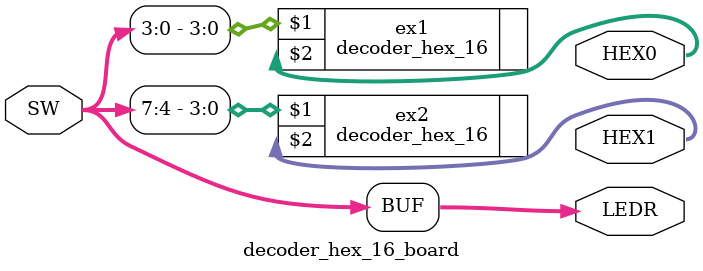
<source format=v>
module decoder_hex_16_board(
									input [7:0] SW,
									output [7:0] LEDR,
									output [0:6] HEX0, HEX1);
		
		assign LEDR = SW;
		
		decoder_hex_16 ex1(SW[3:0], HEX0[0:6]);
		decoder_hex_16 ex2(SW[7:4], HEX1[0:6]);
									
endmodule
</source>
